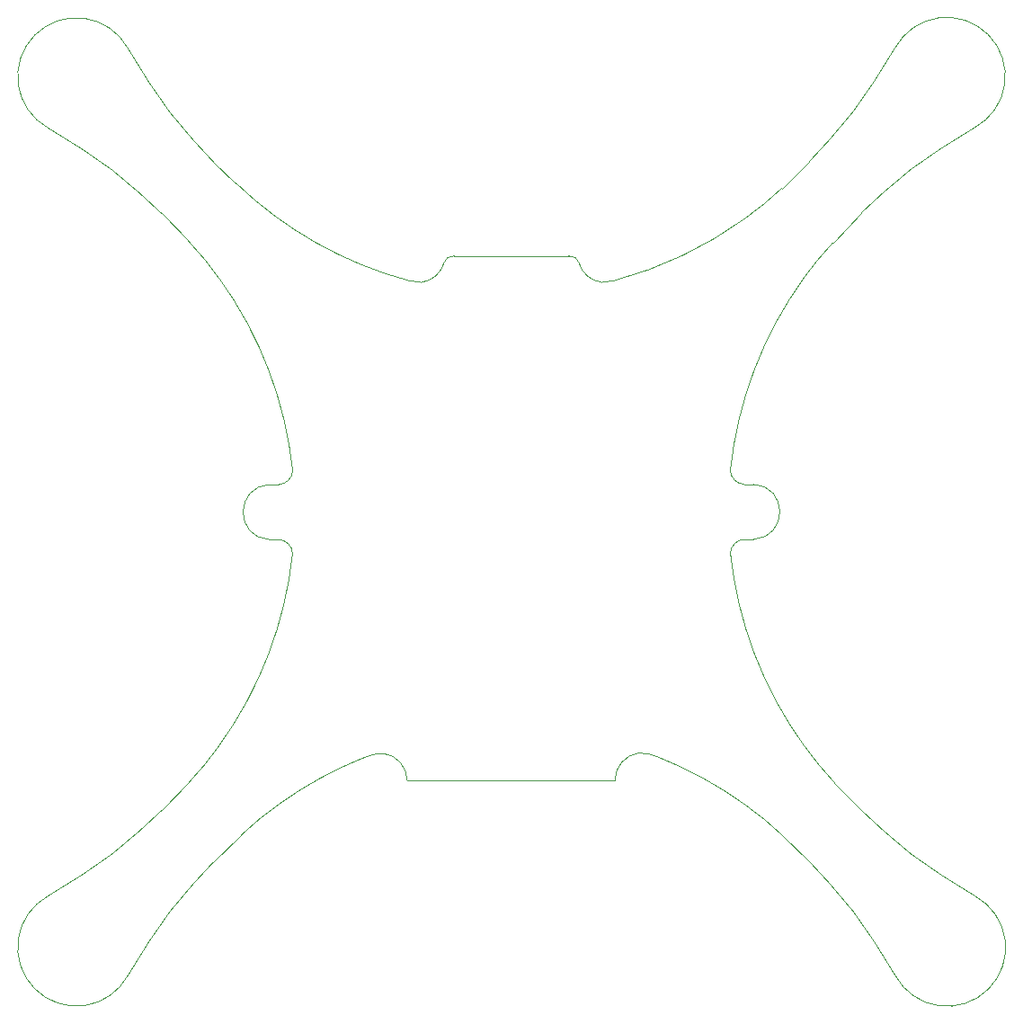
<source format=gko>
G04*
G04 #@! TF.GenerationSoftware,Altium Limited,Altium Designer,21.6.1 (37)*
G04*
G04 Layer_Color=16711935*
%FSLAX24Y24*%
%MOIN*%
G70*
G04*
G04 #@! TF.SameCoordinates,4ED41DF6-4530-4611-BF79-ADCA28F4CC56*
G04*
G04*
G04 #@! TF.FilePolarity,Positive*
G04*
G01*
G75*
%ADD136C,0.0039*%
%ADD137C,0.0020*%
D136*
X22317Y27084D02*
G03*
X27136Y29371I-3815J14255D01*
G01*
X7656Y27158D02*
G03*
X6526Y28536I-10031J-7071D01*
G01*
X5517Y29574D02*
G03*
X4714Y30316I-9861J-9881D01*
G01*
X4714Y30316D02*
G03*
X2568Y31960I-9845J-10622D01*
G01*
X2568Y31960D02*
G03*
X1303Y32745I-8487J-12267D01*
G01*
X4269Y35696D02*
G03*
X5054Y34431I13052J7221D01*
G01*
X6699Y32285D02*
G03*
X7440Y31482I10622J9058D01*
G01*
X5054Y34431D02*
G03*
X6699Y32285I12267J7700D01*
G01*
X8275Y30699D02*
G03*
X14672Y27084I10222J10619D01*
G01*
X34409Y31972D02*
G03*
X32264Y30328I7700J-12267D01*
G01*
X32264Y30328D02*
G03*
X31460Y29586I9058J-10622D01*
G01*
X30412Y28484D02*
G03*
X29261Y27080I9068J-8607D01*
G01*
X35675Y32757D02*
G03*
X34409Y31972I7221J-13052D01*
G01*
X31939Y34458D02*
G03*
X32724Y35724I-12267J8487D01*
G01*
X30294Y32313D02*
G03*
X31939Y34458I-10622J9845D01*
G01*
X29553Y31509D02*
G03*
X30294Y32313I-9881J9861D01*
G01*
X27136Y29371D02*
G03*
X28515Y30500I-7071J10031D01*
G01*
X2580Y5052D02*
G03*
X4725Y6697I-7700J12267D01*
G01*
X4725Y6697D02*
G03*
X5529Y7438I-9058J10622D01*
G01*
X6538Y8476D02*
G03*
X7668Y9855I-8902J8449D01*
G01*
X1314Y4267D02*
G03*
X2580Y5052I-7221J13052D01*
G01*
X5050Y2566D02*
G03*
X4265Y1301I12267J-8487D01*
G01*
X6695Y4712D02*
G03*
X5050Y2566I10622J-9845D01*
G01*
X7436Y5515D02*
G03*
X6695Y4712I9881J-9861D01*
G01*
X9853Y7654D02*
G03*
X8474Y6524I7071J-10031D01*
G01*
X29345Y9843D02*
G03*
X30475Y8464I10031J7071D01*
G01*
X31484Y7427D02*
G03*
X32287Y6685I9861J9881D01*
G01*
X32287Y6685D02*
G03*
X34433Y5041I9845J10622D01*
G01*
X34433Y5040D02*
G03*
X35698Y4255I8487J12267D01*
G01*
X32732Y1305D02*
G03*
X31947Y2570I-13052J-7221D01*
G01*
X30302Y4716D02*
G03*
X29560Y5519I-10622J-9058D01*
G01*
X31946Y2570D02*
G03*
X30302Y4716I-12267J-7700D01*
G01*
X13014Y9392D02*
G03*
X9853Y7654I5488J-13723D01*
G01*
X28523Y6528D02*
G03*
X27144Y7658I-8449J-8902D01*
G01*
X27144Y7658D02*
G03*
X23935Y9413I-8642J-11988D01*
G01*
X7666Y9856D02*
G03*
X10376Y16969I-11994J8644D01*
G01*
X10382Y20019D02*
G03*
X7659Y27161I-14710J-1519D01*
G01*
X29330Y27168D02*
G03*
X26607Y20027I11988J-8660D01*
G01*
X26613Y16977D02*
G03*
X29341Y9840I14705J1532D01*
G01*
X4269Y35696D02*
G03*
X1308Y32745I-1909J-1046D01*
G01*
X35675Y32757D02*
G03*
X32723Y35719I-1046J1909D01*
G01*
X1314Y4267D02*
G03*
X4265Y1306I1046J-1909D01*
G01*
X13746Y9551D02*
G03*
X13046Y9404I-6J-1715D01*
G01*
X14627Y8540D02*
G03*
X13746Y9551I-1019J1D01*
G01*
X23215Y9566D02*
G03*
X22335Y8556I138J-1009D01*
G01*
X23928Y9418D02*
G03*
X23223Y9566I-698J-1566D01*
G01*
X20982Y27768D02*
G03*
X20857Y27936I-456J-208D01*
G01*
X20856Y27935D02*
G03*
X20620Y27996I-224J-375D01*
G01*
X20985Y27769D02*
G03*
X21833Y27016I986J257D01*
G01*
X21833D02*
G03*
X22317Y27084I6J1715D01*
G01*
X14672D02*
G03*
X15156Y27016I478J1647D01*
G01*
X16132Y27936D02*
G03*
X16007Y27768I331J-377D01*
G01*
X16368Y27996D02*
G03*
X16133Y27935I-12J-437D01*
G01*
X15156Y27016D02*
G03*
X16004Y27769I-138J1009D01*
G01*
X10376Y16969D02*
G03*
X9857Y17480I-534J-24D01*
G01*
X9865Y19520D02*
G03*
X10380Y20032I-20J535D01*
G01*
X9531Y19520D02*
G03*
X9523Y17481I34J-1020D01*
G01*
X27465Y17489D02*
G03*
X27458Y19528I-42J1020D01*
G01*
X26609Y20040D02*
G03*
X27124Y19528I535J24D01*
G01*
X27132Y17487D02*
G03*
X26613Y16977I15J-534D01*
G01*
X32732Y1305D02*
G03*
X35693Y4256I1909J1046D01*
G01*
X12976Y9378D02*
X13059Y9409D01*
X7440Y31482D02*
X8275Y30699D01*
X5517Y29574D02*
X6526Y28536D01*
X28515Y30501D02*
X29553Y31509D01*
X30417Y28489D02*
X31460Y29586D01*
X5529Y7438D02*
X6538Y8476D01*
X7436Y5515D02*
X8474Y6524D01*
X30475Y8464D02*
X31484Y7427D01*
X14627Y8540D02*
X22335D01*
X28523Y6528D02*
X29560Y5519D01*
X18491Y27996D02*
X20620D01*
X16368D02*
X18498D01*
X9531Y19520D02*
X9865D01*
X9523Y17481D02*
X9857Y17480D01*
X27132Y17487D02*
X27465Y17489D01*
X27124Y19528D02*
X27458D01*
D137*
X12967Y9378D02*
G03*
X12986Y9378I10J0D01*
G01*
D02*
G03*
X12967Y9378I-10J0D01*
G01*
M02*

</source>
